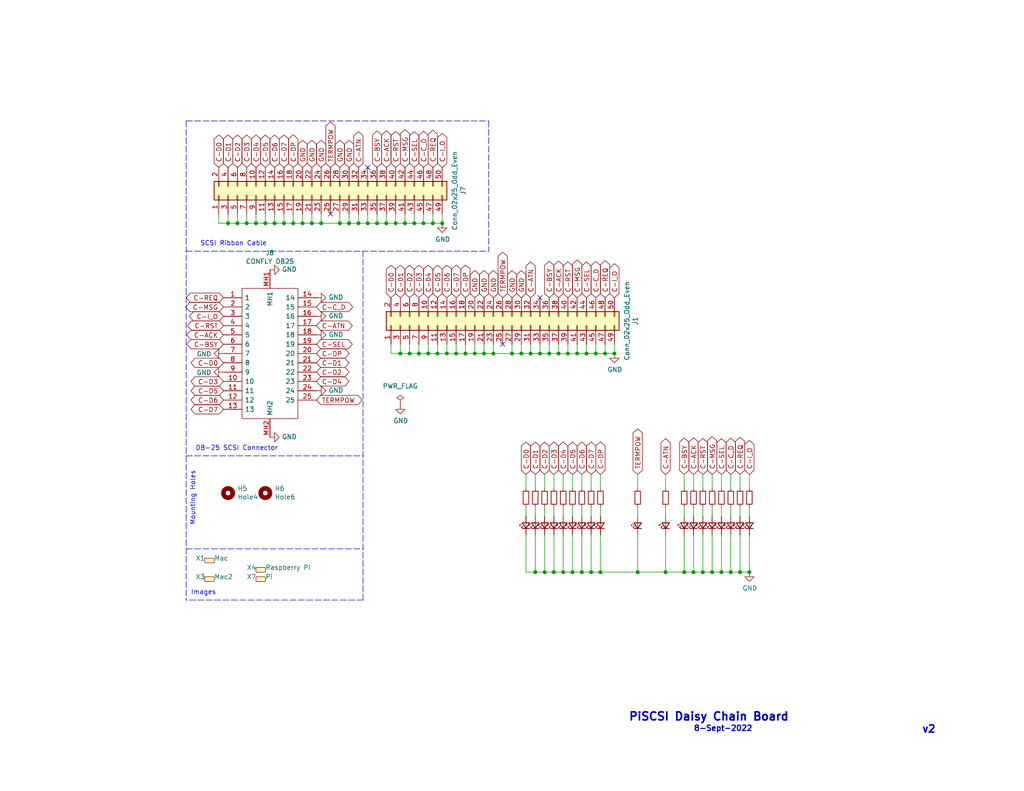
<source format=kicad_sch>
(kicad_sch (version 20231120) (generator "eeschema") (generator_version "8.0")
  (paper "USLetter")
  (lib_symbols
    (symbol "Connector_Generic:Conn_02x25_Odd_Even" (pin_names (offset 1.016) hide)
      (property "Reference" "J" (at 1.27 33.02 0))
      (property "Value" "Conn_02x25_Odd_Even" (at 1.27 -33.02 0))
      (symbol "Conn_02x25_Odd_Even_1_1"
        (rectangle (start -1.27 -30.353) (end 0 -30.607) (stroke (width 0.1524)))
        (rectangle (start -1.27 -27.813) (end 0 -28.067) (stroke (width 0.1524)))
        (rectangle (start -1.27 -25.273) (end 0 -25.527) (stroke (width 0.1524)))
        (rectangle (start -1.27 -22.733) (end 0 -22.987) (stroke (width 0.1524)))
        (rectangle (start -1.27 -20.193) (end 0 -20.447) (stroke (width 0.1524)))
        (rectangle (start -1.27 -17.653) (end 0 -17.907) (stroke (width 0.1524)))
        (rectangle (start -1.27 -15.113) (end 0 -15.367) (stroke (width 0.1524)))
        (rectangle (start -1.27 -12.573) (end 0 -12.827) (stroke (width 0.1524)))
        (rectangle (start -1.27 -10.033) (end 0 -10.287) (stroke (width 0.1524)))
        (rectangle (start -1.27 -7.493) (end 0 -7.747) (stroke (width 0.1524)))
        (rectangle (start -1.27 -4.953) (end 0 -5.207) (stroke (width 0.1524)))
        (rectangle (start -1.27 -2.413) (end 0 -2.667) (stroke (width 0.1524)))
        (rectangle (start -1.27 0.127) (end 0 -0.127) (stroke (width 0.1524)))
        (rectangle (start -1.27 2.667) (end 0 2.413) (stroke (width 0.1524)))
        (rectangle (start -1.27 5.207) (end 0 4.953) (stroke (width 0.1524)))
        (rectangle (start -1.27 7.747) (end 0 7.493) (stroke (width 0.1524)))
        (rectangle (start -1.27 10.287) (end 0 10.033) (stroke (width 0.1524)))
        (rectangle (start -1.27 12.827) (end 0 12.573) (stroke (width 0.1524)))
        (rectangle (start -1.27 15.367) (end 0 15.113) (stroke (width 0.1524)))
        (rectangle (start -1.27 17.907) (end 0 17.653) (stroke (width 0.1524)))
        (rectangle (start -1.27 20.447) (end 0 20.193) (stroke (width 0.1524)))
        (rectangle (start -1.27 22.987) (end 0 22.733) (stroke (width 0.1524)))
        (rectangle (start -1.27 25.527) (end 0 25.273) (stroke (width 0.1524)))
        (rectangle (start -1.27 28.067) (end 0 27.813) (stroke (width 0.1524)))
        (rectangle (start -1.27 30.607) (end 0 30.353) (stroke (width 0.1524)))
        (rectangle (start -1.27 31.75) (end 3.81 -31.75) (stroke (width 0.254)) (fill (type background)))
        (rectangle (start 3.81 -30.353) (end 2.54 -30.607) (stroke (width 0.1524)))
        (rectangle (start 3.81 -27.813) (end 2.54 -28.067) (stroke (width 0.1524)))
        (rectangle (start 3.81 -25.273) (end 2.54 -25.527) (stroke (width 0.1524)))
        (rectangle (start 3.81 -22.733) (end 2.54 -22.987) (stroke (width 0.1524)))
        (rectangle (start 3.81 -20.193) (end 2.54 -20.447) (stroke (width 0.1524)))
        (rectangle (start 3.81 -17.653) (end 2.54 -17.907) (stroke (width 0.1524)))
        (rectangle (start 3.81 -15.113) (end 2.54 -15.367) (stroke (width 0.1524)))
        (rectangle (start 3.81 -12.573) (end 2.54 -12.827) (stroke (width 0.1524)))
        (rectangle (start 3.81 -10.033) (end 2.54 -10.287) (stroke (width 0.1524)))
        (rectangle (start 3.81 -7.493) (end 2.54 -7.747) (stroke (width 0.1524)))
        (rectangle (start 3.81 -4.953) (end 2.54 -5.207) (stroke (width 0.1524)))
        (rectangle (start 3.81 -2.413) (end 2.54 -2.667) (stroke (width 0.1524)))
        (rectangle (start 3.81 0.127) (end 2.54 -0.127) (stroke (width 0.1524)))
        (rectangle (start 3.81 2.667) (end 2.54 2.413) (stroke (width 0.1524)))
        (rectangle (start 3.81 5.207) (end 2.54 4.953) (stroke (width 0.1524)))
        (rectangle (start 3.81 7.747) (end 2.54 7.493) (stroke (width 0.1524)))
        (rectangle (start 3.81 10.287) (end 2.54 10.033) (stroke (width 0.1524)))
        (rectangle (start 3.81 12.827) (end 2.54 12.573) (stroke (width 0.1524)))
        (rectangle (start 3.81 15.367) (end 2.54 15.113) (stroke (width 0.1524)))
        (rectangle (start 3.81 17.907) (end 2.54 17.653) (stroke (width 0.1524)))
        (rectangle (start 3.81 20.447) (end 2.54 20.193) (stroke (width 0.1524)))
        (rectangle (start 3.81 22.987) (end 2.54 22.733) (stroke (width 0.1524)))
        (rectangle (start 3.81 25.527) (end 2.54 25.273) (stroke (width 0.1524)))
        (rectangle (start 3.81 28.067) (end 2.54 27.813) (stroke (width 0.1524)))
        (rectangle (start 3.81 30.607) (end 2.54 30.353) (stroke (width 0.1524)))
        (pin passive line (at -5.08 30.48 0) (length 3.81) (name "Pin_1") (number "1"))
        (pin passive line (at 7.62 20.32 180) (length 3.81) (name "Pin_10") (number "10"))
        (pin passive line (at -5.08 17.78 0) (length 3.81) (name "Pin_11") (number "11"))
        (pin passive line (at 7.62 17.78 180) (length 3.81) (name "Pin_12") (number "12"))
        (pin passive line (at -5.08 15.24 0) (length 3.81) (name "Pin_13") (number "13"))
        (pin passive line (at 7.62 15.24 180) (length 3.81) (name "Pin_14") (number "14"))
        (pin passive line (at -5.08 12.7 0) (length 3.81) (name "Pin_15") (number "15"))
        (pin passive line (at 7.62 12.7 180) (length 3.81) (name "Pin_16") (number "16"))
        (pin passive line (at -5.08 10.16 0) (length 3.81) (name "Pin_17") (number "17"))
        (pin passive line (at 7.62 10.16 180) (length 3.81) (name "Pin_18") (number "18"))
        (pin passive line (at -5.08 7.62 0) (length 3.81) (name "Pin_19") (number "19"))
        (pin passive line (at 7.62 30.48 180) (length 3.81) (name "Pin_2") (number "2"))
        (pin passive line (at 7.62 7.62 180) (length 3.81) (name "Pin_20") (number "20"))
        (pin passive line (at -5.08 5.08 0) (length 3.81) (name "Pin_21") (number "21"))
        (pin passive line (at 7.62 5.08 180) (length 3.81) (name "Pin_22") (number "22"))
        (pin passive line (at -5.08 2.54 0) (length 3.81) (name "Pin_23") (number "23"))
        (pin passive line (at 7.62 2.54 180) (length 3.81) (name "Pin_24") (number "24"))
        (pin passive line (at -5.08 0 0) (length 3.81) (name "Pin_25") (number "25"))
        (pin passive line (at 7.62 0 180) (length 3.81) (name "Pin_26") (number "26"))
        (pin passive line (at -5.08 -2.54 0) (length 3.81) (name "Pin_27") (number "27"))
        (pin passive line (at 7.62 -2.54 180) (length 3.81) (name "Pin_28") (number "28"))
        (pin passive line (at -5.08 -5.08 0) (length 3.81) (name "Pin_29") (number "29"))
        (pin passive line (at -5.08 27.94 0) (length 3.81) (name "Pin_3") (number "3"))
        (pin passive line (at 7.62 -5.08 180) (length 3.81) (name "Pin_30") (number "30"))
        (pin passive line (at -5.08 -7.62 0) (length 3.81) (name "Pin_31") (number "31"))
        (pin passive line (at 7.62 -7.62 180) (length 3.81) (name "Pin_32") (number "32"))
        (pin passive line (at -5.08 -10.16 0) (length 3.81) (name "Pin_33") (number "33"))
        (pin passive line (at 7.62 -10.16 180) (length 3.81) (name "Pin_34") (number "34"))
        (pin passive line (at -5.08 -12.7 0) (length 3.81) (name "Pin_35") (number "35"))
        (pin passive line (at 7.62 -12.7 180) (length 3.81) (name "Pin_36") (number "36"))
        (pin passive line (at -5.08 -15.24 0) (length 3.81) (name "Pin_37") (number "37"))
        (pin passive line (at 7.62 -15.24 180) (length 3.81) (name "Pin_38") (number "38"))
        (pin passive line (at -5.08 -17.78 0) (length 3.81) (name "Pin_39") (number "39"))
        (pin passive line (at 7.62 27.94 180) (length 3.81) (name "Pin_4") (number "4"))
        (pin passive line (at 7.62 -17.78 180) (length 3.81) (name "Pin_40") (number "40"))
        (pin passive line (at -5.08 -20.32 0) (length 3.81) (name "Pin_41") (number "41"))
        (pin passive line (at 7.62 -20.32 180) (length 3.81) (name "Pin_42") (number "42"))
        (pin passive line (at -5.08 -22.86 0) (length 3.81) (name "Pin_43") (number "43"))
        (pin passive line (at 7.62 -22.86 180) (length 3.81) (name "Pin_44") (number "44"))
        (pin passive line (at -5.08 -25.4 0) (length 3.81) (name "Pin_45") (number "45"))
        (pin passive line (at 7.62 -25.4 180) (length 3.81) (name "Pin_46") (number "46"))
        (pin passive line (at -5.08 -27.94 0) (length 3.81) (name "Pin_47") (number "47"))
        (pin passive line (at 7.62 -27.94 180) (length 3.81) (name "Pin_48") (number "48"))
        (pin passive line (at -5.08 -30.48 0) (length 3.81) (name "Pin_49") (number "49"))
        (pin passive line (at -5.08 25.4 0) (length 3.81) (name "Pin_5") (number "5"))
        (pin passive line (at 7.62 -30.48 180) (length 3.81) (name "Pin_50") (number "50"))
        (pin passive line (at 7.62 25.4 180) (length 3.81) (name "Pin_6") (number "6"))
        (pin passive line (at -5.08 22.86 0) (length 3.81) (name "Pin_7") (number "7"))
        (pin passive line (at 7.62 22.86 180) (length 3.81) (name "Pin_8") (number "8"))
        (pin passive line (at -5.08 20.32 0) (length 3.81) (name "Pin_9") (number "9"))
      )
    )
    (symbol "Device:LED_Small" (pin_numbers hide) (pin_names (offset 0.254) hide)
      (property "Reference" "D" (at -1.27 3.175 0))
      (property "Value" "LED_Small" (at -4.445 -2.54 0))
      (symbol "LED_Small_0_1"
        (polyline (pts (xy -0.762 -1.016) (xy -0.762 1.016)) (stroke (width 0.254)))
        (polyline (pts (xy 1.016 0) (xy -0.762 0)))
        (polyline (pts (xy 0.762 -1.016) (xy -0.762 0) (xy 0.762 1.016) (xy 0.762 -1.016)) (stroke (width 0.254)))
        (polyline (pts (xy 0 0.762) (xy -0.508 1.27) (xy -0.254 1.27) (xy -0.508 1.27) (xy -0.508 1.016)))
        (polyline (pts (xy 0.508 1.27) (xy 0 1.778) (xy 0.254 1.778) (xy 0 1.778) (xy 0 1.524)))
      )
      (symbol "LED_Small_1_1"
        (pin passive line (at -2.54 0 0) (length 1.778) (name "K") (number "1"))
        (pin passive line (at 2.54 0 180) (length 1.778) (name "A") (number "2"))
      )
    )
    (symbol "Device:R_Small" (pin_numbers hide) (pin_names (offset 0.254) hide)
      (property "Reference" "R" (at 0.762 0.508 0))
      (property "Value" "R_Small" (at 0.762 -1.016 0))
      (symbol "R_Small_0_1"
        (rectangle (start -0.762 1.778) (end 0.762 -1.778) (stroke (width 0.2032)))
      )
      (symbol "R_Small_1_1"
        (pin passive line (at 0 2.54 270) (length 0.762) (name "~") (number "1"))
        (pin passive line (at 0 -2.54 90) (length 0.762) (name "~") (number "2"))
      )
    )
    (symbol "Mechanical:MountingHole" (pin_names (offset 1.016))
      (property "Reference" "H" (at 0 5.08 0))
      (property "Value" "MountingHole" (at 0 3.175 0))
      (symbol "MountingHole_0_1"
        (circle (center 0 0) (radius 1.27) (stroke (width 1.27)))
      )
    )
    (symbol "SamacSys_Parts:L717SDB25PA4CH4F" (pin_names (offset 0.762))
      (property "Reference" "J" (at 41.91 12.7 0))
      (property "Value" "L717SDB25PA4CH4F" (at 41.91 10.16 0))
      (symbol "L717SDB25PA4CH4F_0_0"
        (pin passive line (at 7.62 12.7 270) (length 5.08) (name "1") (number "1"))
        (pin passive line (at 30.48 12.7 270) (length 5.08) (name "10") (number "10"))
        (pin passive line (at 33.02 12.7 270) (length 5.08) (name "11") (number "11"))
        (pin passive line (at 35.56 12.7 270) (length 5.08) (name "12") (number "12"))
        (pin passive line (at 38.1 12.7 270) (length 5.08) (name "13") (number "13"))
        (pin passive line (at 7.62 -12.7 90) (length 5.08) (name "14") (number "14"))
        (pin passive line (at 10.16 -12.7 90) (length 5.08) (name "15") (number "15"))
        (pin passive line (at 12.7 -12.7 90) (length 5.08) (name "16") (number "16"))
        (pin passive line (at 15.24 -12.7 90) (length 5.08) (name "17") (number "17"))
        (pin passive line (at 17.78 -12.7 90) (length 5.08) (name "18") (number "18"))
        (pin passive line (at 20.32 -12.7 90) (length 5.08) (name "19") (number "19"))
        (pin passive line (at 10.16 12.7 270) (length 5.08) (name "2") (number "2"))
        (pin passive line (at 22.86 -12.7 90) (length 5.08) (name "20") (number "20"))
        (pin passive line (at 25.4 -12.7 90) (length 5.08) (name "21") (number "21"))
        (pin passive line (at 27.94 -12.7 90) (length 5.08) (name "22") (number "22"))
        (pin passive line (at 30.48 -12.7 90) (length 5.08) (name "23") (number "23"))
        (pin passive line (at 33.02 -12.7 90) (length 5.08) (name "24") (number "24"))
        (pin passive line (at 35.56 -12.7 90) (length 5.08) (name "25") (number "25"))
        (pin passive line (at 12.7 12.7 270) (length 5.08) (name "3") (number "3"))
        (pin passive line (at 15.24 12.7 270) (length 5.08) (name "4") (number "4"))
        (pin passive line (at 17.78 12.7 270) (length 5.08) (name "5") (number "5"))
        (pin passive line (at 20.32 12.7 270) (length 5.08) (name "6") (number "6"))
        (pin passive line (at 22.86 12.7 270) (length 5.08) (name "7") (number "7"))
        (pin passive line (at 25.4 12.7 270) (length 5.08) (name "8") (number "8"))
        (pin passive line (at 27.94 12.7 270) (length 5.08) (name "9") (number "9"))
        (pin passive line (at 0 0 0) (length 5.08) (name "MH1") (number "MH1"))
        (pin passive line (at 45.72 0 180) (length 5.08) (name "MH2") (number "MH2"))
      )
      (symbol "L717SDB25PA4CH4F_0_1"
        (polyline (pts (xy 5.08 7.62) (xy 40.64 7.62) (xy 40.64 -7.62) (xy 5.08 -7.62) (xy 5.08 7.62)) (stroke (width 0.1524)))
      )
    )
    (symbol "SamacSys_Parts:Logo" (pin_names (offset 1.016))
      (property "Reference" "X" (at 0 3.81 0))
      (property "Value" "Logo" (at 0 0 0))
      (symbol "Logo_0_1"
        (rectangle (start -1.27 1.27) (end 1.27 2.54) (fill (type background)))
      )
    )
    (symbol "power:GND" (power) (pin_names (offset 0))
      (property "Value" "GND" (at 0 -3.81 0))
      (symbol "GND_0_1"
        (polyline (pts (xy 0 0) (xy 0 -1.27) (xy 1.27 -1.27) (xy 0 -2.54) (xy -1.27 -1.27) (xy 0 -1.27)))
      )
      (symbol "GND_1_1"
        (pin power_in line (at 0 0 270) (length 0) hide (name "GND") (number "1"))
      )
    )
    (symbol "power:PWR_FLAG" (power) (pin_numbers hide) (pin_names (offset 0) hide)
      (property "Value" "PWR_FLAG" (at 0 3.81 0))
      (symbol "PWR_FLAG_0_0"
        (pin power_out line (at 0 0 90) (length 0) (name "pwr") (number "1"))
      )
      (symbol "PWR_FLAG_0_1"
        (polyline (pts (xy 0 0) (xy 0 1.27) (xy -1.016 1.905) (xy 0 2.54) (xy 1.016 1.905) (xy 0 1.27)))
      )
    )
  )
  (junction (at 149.86 96.52))
  (junction (at 173.99 156.21))
  (junction (at 102.87 60.96))
  (junction (at 119.38 96.52))
  (junction (at 100.33 60.96))
  (junction (at 129.54 96.52))
  (junction (at 201.93 156.21))
  (junction (at 134.62 96.52))
  (junction (at 97.79 60.96))
  (junction (at 111.76 96.52))
  (junction (at 142.24 96.52))
  (junction (at 156.21 156.21))
  (junction (at 165.1 96.52))
  (junction (at 120.65 60.96))
  (junction (at 158.75 156.21))
  (junction (at 116.84 96.52))
  (junction (at 74.93 60.96))
  (junction (at 109.22 96.52))
  (junction (at 118.11 60.96))
  (junction (at 69.85 60.96))
  (junction (at 115.57 60.96))
  (junction (at 191.77 156.21))
  (junction (at 196.85 156.21))
  (junction (at 62.23 60.96))
  (junction (at 152.4 96.52))
  (junction (at 64.77 60.96))
  (junction (at 77.47 60.96))
  (junction (at 186.69 156.21))
  (junction (at 163.83 156.21))
  (junction (at 110.49 60.96))
  (junction (at 82.55 60.96))
  (junction (at 92.71 60.96))
  (junction (at 85.09 60.96))
  (junction (at 121.92 96.52))
  (junction (at 151.13 156.21))
  (junction (at 162.56 96.52))
  (junction (at 113.03 60.96))
  (junction (at 105.41 60.96))
  (junction (at 107.95 60.96))
  (junction (at 146.05 156.21))
  (junction (at 114.3 96.52))
  (junction (at 132.08 96.52))
  (junction (at 154.94 96.52))
  (junction (at 194.31 156.21))
  (junction (at 157.48 96.52))
  (junction (at 199.39 156.21))
  (junction (at 80.01 60.96))
  (junction (at 160.02 96.52))
  (junction (at 148.59 156.21))
  (junction (at 124.46 96.52))
  (junction (at 95.25 60.96))
  (junction (at 144.78 96.52))
  (junction (at 161.29 156.21))
  (junction (at 72.39 60.96))
  (junction (at 127 96.52))
  (junction (at 139.7 96.52))
  (junction (at 204.47 156.21))
  (junction (at 167.64 96.52))
  (junction (at 189.23 156.21))
  (junction (at 67.31 60.96))
  (junction (at 153.67 156.21))
  (junction (at 181.61 156.21))
  (junction (at 87.63 60.96))
  (junction (at 147.32 96.52))
  (no_connect (at 90.17 58.42))
  (no_connect (at 100.33 45.72))
  (no_connect (at 147.32 81.28))
  (no_connect (at 137.16 93.98))
  (wire (pts (xy 204.47 138.43) (xy 204.47 140.97)))
  (wire (pts (xy 154.94 96.52) (xy 157.48 96.52)))
  (wire (pts (xy 189.23 146.05) (xy 189.23 156.21)))
  (wire (pts (xy 95.25 60.96) (xy 97.79 60.96)))
  (wire (pts (xy 100.33 60.96) (xy 102.87 60.96)))
  (wire (pts (xy 59.69 60.96) (xy 62.23 60.96)))
  (wire (pts (xy 129.54 96.52) (xy 132.08 96.52)))
  (wire (pts (xy 87.63 60.96) (xy 92.71 60.96)))
  (wire (pts (xy 204.47 129.54) (xy 204.47 133.35)))
  (wire (pts (xy 97.79 60.96) (xy 97.79 58.42)))
  (wire (pts (xy 119.38 96.52) (xy 119.38 93.98)))
  (wire (pts (xy 118.11 60.96) (xy 118.11 58.42)))
  (wire (pts (xy 201.93 146.05) (xy 201.93 156.21)))
  (wire (pts (xy 151.13 138.43) (xy 151.13 140.97)))
  (wire (pts (xy 120.65 60.96) (xy 120.65 58.42)))
  (wire (pts (xy 114.3 96.52) (xy 116.84 96.52)))
  (wire (pts (xy 74.93 60.96) (xy 74.93 58.42)))
  (wire (pts (xy 142.24 96.52) (xy 144.78 96.52)))
  (wire (pts (xy 196.85 129.54) (xy 196.85 133.35)))
  (wire (pts (xy 146.05 129.54) (xy 146.05 133.35)))
  (wire (pts (xy 173.99 156.21) (xy 181.61 156.21)))
  (wire (pts (xy 146.05 146.05) (xy 146.05 156.21)))
  (wire (pts (xy 153.67 156.21) (xy 156.21 156.21)))
  (wire (pts (xy 189.23 156.21) (xy 191.77 156.21)))
  (wire (pts (xy 161.29 146.05) (xy 161.29 156.21)))
  (wire (pts (xy 127 96.52) (xy 129.54 96.52)))
  (wire (pts (xy 191.77 146.05) (xy 191.77 156.21)))
  (wire (pts (xy 107.95 60.96) (xy 107.95 58.42)))
  (wire (pts (xy 163.83 129.54) (xy 163.83 133.35)))
  (wire (pts (xy 110.49 60.96) (xy 113.03 60.96)))
  (wire (pts (xy 199.39 138.43) (xy 199.39 140.97)))
  (wire (pts (xy 156.21 156.21) (xy 158.75 156.21)))
  (wire (pts (xy 74.93 60.96) (xy 77.47 60.96)))
  (wire (pts (xy 204.47 146.05) (xy 204.47 156.21)))
  (wire (pts (xy 173.99 146.05) (xy 173.99 156.21)))
  (wire (pts (xy 173.99 129.54) (xy 173.99 133.35)))
  (wire (pts (xy 181.61 156.21) (xy 186.69 156.21)))
  (wire (pts (xy 143.51 129.54) (xy 143.51 133.35)))
  (wire (pts (xy 106.68 96.52) (xy 106.68 93.98)))
  (wire (pts (xy 102.87 60.96) (xy 105.41 60.96)))
  (wire (pts (xy 146.05 138.43) (xy 146.05 140.97)))
  (wire (pts (xy 148.59 138.43) (xy 148.59 140.97)))
  (wire (pts (xy 144.78 96.52) (xy 147.32 96.52)))
  (wire (pts (xy 196.85 138.43) (xy 196.85 140.97)))
  (polyline (pts (xy 50.8 124.46) (xy 99.06 124.46)) (stroke (width 0) (type dash)))
  (wire (pts (xy 156.21 146.05) (xy 156.21 156.21)))
  (wire (pts (xy 116.84 96.52) (xy 119.38 96.52)))
  (wire (pts (xy 186.69 138.43) (xy 186.69 140.97)))
  (wire (pts (xy 69.85 60.96) (xy 69.85 58.42)))
  (wire (pts (xy 173.99 138.43) (xy 173.99 140.97)))
  (wire (pts (xy 148.59 156.21) (xy 151.13 156.21)))
  (wire (pts (xy 124.46 96.52) (xy 124.46 93.98)))
  (wire (pts (xy 194.31 156.21) (xy 196.85 156.21)))
  (wire (pts (xy 92.71 60.96) (xy 92.71 58.42)))
  (wire (pts (xy 152.4 96.52) (xy 152.4 93.98)))
  (wire (pts (xy 160.02 96.52) (xy 162.56 96.52)))
  (wire (pts (xy 156.21 138.43) (xy 156.21 140.97)))
  (wire (pts (xy 157.48 96.52) (xy 157.48 93.98)))
  (wire (pts (xy 194.31 129.54) (xy 194.31 133.35)))
  (wire (pts (xy 139.7 96.52) (xy 139.7 93.98)))
  (wire (pts (xy 107.95 60.96) (xy 110.49 60.96)))
  (wire (pts (xy 163.83 138.43) (xy 163.83 140.97)))
  (wire (pts (xy 163.83 156.21) (xy 173.99 156.21)))
  (wire (pts (xy 77.47 60.96) (xy 80.01 60.96)))
  (wire (pts (xy 186.69 129.54) (xy 186.69 133.35)))
  (wire (pts (xy 62.23 60.96) (xy 62.23 58.42)))
  (wire (pts (xy 153.67 146.05) (xy 153.67 156.21)))
  (wire (pts (xy 134.62 96.52) (xy 134.62 93.98)))
  (wire (pts (xy 201.93 138.43) (xy 201.93 140.97)))
  (wire (pts (xy 153.67 138.43) (xy 153.67 140.97)))
  (polyline (pts (xy 133.35 33.02) (xy 133.35 68.58)) (stroke (width 0) (type dash)))
  (wire (pts (xy 161.29 156.21) (xy 163.83 156.21)))
  (wire (pts (xy 189.23 129.54) (xy 189.23 133.35)))
  (wire (pts (xy 121.92 96.52) (xy 124.46 96.52)))
  (wire (pts (xy 85.09 60.96) (xy 85.09 58.42)))
  (wire (pts (xy 144.78 96.52) (xy 144.78 93.98)))
  (polyline (pts (xy 99.06 163.83) (xy 50.8 163.83)) (stroke (width 0) (type dash)))
  (wire (pts (xy 161.29 129.54) (xy 161.29 133.35)))
  (wire (pts (xy 69.85 60.96) (xy 72.39 60.96)))
  (wire (pts (xy 147.32 96.52) (xy 147.32 93.98)))
  (wire (pts (xy 146.05 156.21) (xy 148.59 156.21)))
  (wire (pts (xy 113.03 60.96) (xy 115.57 60.96)))
  (wire (pts (xy 148.59 129.54) (xy 148.59 133.35)))
  (wire (pts (xy 154.94 96.52) (xy 154.94 93.98)))
  (wire (pts (xy 85.09 60.96) (xy 87.63 60.96)))
  (wire (pts (xy 111.76 96.52) (xy 111.76 93.98)))
  (polyline (pts (xy 50.8 68.58) (xy 133.35 68.58)) (stroke (width 0) (type dash)))
  (wire (pts (xy 153.67 129.54) (xy 153.67 133.35)))
  (wire (pts (xy 59.69 60.96) (xy 59.69 58.42)))
  (wire (pts (xy 72.39 60.96) (xy 72.39 58.42)))
  (wire (pts (xy 167.64 96.52) (xy 167.64 93.98)))
  (wire (pts (xy 64.77 60.96) (xy 67.31 60.96)))
  (wire (pts (xy 115.57 60.96) (xy 118.11 60.96)))
  (wire (pts (xy 151.13 156.21) (xy 153.67 156.21)))
  (wire (pts (xy 115.57 60.96) (xy 115.57 58.42)))
  (polyline (pts (xy 99.06 163.83) (xy 99.06 68.58)) (stroke (width 0) (type dash)))
  (wire (pts (xy 109.22 96.52) (xy 111.76 96.52)))
  (wire (pts (xy 95.25 60.96) (xy 95.25 58.42)))
  (wire (pts (xy 106.68 96.52) (xy 109.22 96.52)))
  (wire (pts (xy 181.61 138.43) (xy 181.61 140.97)))
  (wire (pts (xy 194.31 146.05) (xy 194.31 156.21)))
  (wire (pts (xy 77.47 60.96) (xy 77.47 58.42)))
  (wire (pts (xy 111.76 96.52) (xy 114.3 96.52)))
  (wire (pts (xy 199.39 146.05) (xy 199.39 156.21)))
  (wire (pts (xy 121.92 96.52) (xy 121.92 93.98)))
  (wire (pts (xy 143.51 156.21) (xy 146.05 156.21)))
  (wire (pts (xy 158.75 138.43) (xy 158.75 140.97)))
  (wire (pts (xy 100.33 60.96) (xy 100.33 58.42)))
  (wire (pts (xy 181.61 146.05) (xy 181.61 156.21)))
  (wire (pts (xy 158.75 129.54) (xy 158.75 133.35)))
  (polyline (pts (xy 50.8 149.86) (xy 99.06 149.86)) (stroke (width 0) (type dash)))
  (wire (pts (xy 199.39 129.54) (xy 199.39 133.35)))
  (wire (pts (xy 199.39 156.21) (xy 201.93 156.21)))
  (wire (pts (xy 119.38 96.52) (xy 121.92 96.52)))
  (wire (pts (xy 105.41 60.96) (xy 107.95 60.96)))
  (wire (pts (xy 114.3 96.52) (xy 114.3 93.98)))
  (wire (pts (xy 191.77 138.43) (xy 191.77 140.97)))
  (wire (pts (xy 160.02 96.52) (xy 160.02 93.98)))
  (wire (pts (xy 80.01 60.96) (xy 82.55 60.96)))
  (wire (pts (xy 194.31 138.43) (xy 194.31 140.97)))
  (wire (pts (xy 124.46 96.52) (xy 127 96.52)))
  (wire (pts (xy 82.55 60.96) (xy 82.55 58.42)))
  (wire (pts (xy 162.56 96.52) (xy 162.56 93.98)))
  (wire (pts (xy 149.86 96.52) (xy 152.4 96.52)))
  (wire (pts (xy 161.29 138.43) (xy 161.29 140.97)))
  (wire (pts (xy 110.49 60.96) (xy 110.49 58.42)))
  (wire (pts (xy 80.01 60.96) (xy 80.01 58.42)))
  (wire (pts (xy 147.32 96.52) (xy 149.86 96.52)))
  (wire (pts (xy 143.51 146.05) (xy 143.51 156.21)))
  (wire (pts (xy 189.23 138.43) (xy 189.23 140.97)))
  (wire (pts (xy 87.63 60.96) (xy 87.63 58.42)))
  (wire (pts (xy 165.1 96.52) (xy 165.1 93.98)))
  (polyline (pts (xy 50.8 33.02) (xy 133.35 33.02)) (stroke (width 0) (type dash)))
  (wire (pts (xy 64.77 60.96) (xy 64.77 58.42)))
  (wire (pts (xy 118.11 60.96) (xy 120.65 60.96)))
  (wire (pts (xy 186.69 146.05) (xy 186.69 156.21)))
  (wire (pts (xy 201.93 129.54) (xy 201.93 133.35)))
  (wire (pts (xy 129.54 96.52) (xy 129.54 93.98)))
  (wire (pts (xy 151.13 129.54) (xy 151.13 133.35)))
  (wire (pts (xy 97.79 60.96) (xy 100.33 60.96)))
  (wire (pts (xy 148.59 146.05) (xy 148.59 156.21)))
  (wire (pts (xy 163.83 146.05) (xy 163.83 156.21)))
  (wire (pts (xy 191.77 129.54) (xy 191.77 133.35)))
  (wire (pts (xy 158.75 146.05) (xy 158.75 156.21)))
  (wire (pts (xy 72.39 60.96) (xy 74.93 60.96)))
  (wire (pts (xy 165.1 96.52) (xy 167.64 96.52)))
  (wire (pts (xy 186.69 156.21) (xy 189.23 156.21)))
  (wire (pts (xy 143.51 138.43) (xy 143.51 140.97)))
  (wire (pts (xy 105.41 60.96) (xy 105.41 58.42)))
  (wire (pts (xy 134.62 96.52) (xy 139.7 96.52)))
  (wire (pts (xy 201.93 156.21) (xy 204.47 156.21)))
  (wire (pts (xy 156.21 129.54) (xy 156.21 133.35)))
  (wire (pts (xy 191.77 156.21) (xy 194.31 156.21)))
  (wire (pts (xy 127 96.52) (xy 127 93.98)))
  (wire (pts (xy 142.24 96.52) (xy 142.24 93.98)))
  (wire (pts (xy 196.85 156.21) (xy 199.39 156.21)))
  (wire (pts (xy 67.31 60.96) (xy 67.31 58.42)))
  (wire (pts (xy 139.7 96.52) (xy 142.24 96.52)))
  (wire (pts (xy 196.85 146.05) (xy 196.85 156.21)))
  (wire (pts (xy 181.61 129.54) (xy 181.61 133.35)))
  (wire (pts (xy 113.03 60.96) (xy 113.03 58.42)))
  (wire (pts (xy 116.84 96.52) (xy 116.84 93.98)))
  (wire (pts (xy 158.75 156.21) (xy 161.29 156.21)))
  (wire (pts (xy 162.56 96.52) (xy 165.1 96.52)))
  (wire (pts (xy 67.31 60.96) (xy 69.85 60.96)))
  (wire (pts (xy 82.55 60.96) (xy 85.09 60.96)))
  (wire (pts (xy 152.4 96.52) (xy 154.94 96.52)))
  (wire (pts (xy 151.13 146.05) (xy 151.13 156.21)))
  (wire (pts (xy 62.23 60.96) (xy 64.77 60.96)))
  (wire (pts (xy 157.48 96.52) (xy 160.02 96.52)))
  (wire (pts (xy 149.86 96.52) (xy 149.86 93.98)))
  (wire (pts (xy 132.08 96.52) (xy 132.08 93.98)))
  (wire (pts (xy 109.22 96.52) (xy 109.22 93.98)))
  (wire (pts (xy 132.08 96.52) (xy 134.62 96.52)))
  (wire (pts (xy 92.71 60.96) (xy 95.25 60.96)))
  (wire (pts (xy 102.87 60.96) (xy 102.87 58.42)))
  (polyline (pts (xy 50.8 33.02) (xy 50.8 163.83)) (stroke (width 0) (type dash)))
  (text "v2" (at 251.46 200.406 0) (effects (font (size 2.0066 2.0066) (thickness 0.4013) (bold yes)) (justify left bottom)))
  (text "DB-25 SCSI Connector" (at 53.34 123.19 0) (effects (font (size 1.27 1.27)) (justify left bottom)))
  (text "Images" (at 52.07 162.56 0) (effects (font (size 1.27 1.27)) (justify left bottom)))
  (text "8-Sept-2022" (at 189.23 199.898 0) (effects (font (size 1.4986 1.4986) (thickness 0.2997) (bold yes)) (justify left bottom)))
  (text "PiSCSI Daisy Chain Board" (at 171.45 197.104 0) (effects (font (size 2.2098 2.2098) (thickness 0.442) (bold yes)) (justify left bottom)))
  (text "Mounting Holes" (at 53.34 143.51 90) (effects (font (size 1.27 1.27)) (justify left bottom)))
  (text "SCSI Ribbon Cable" (at 54.61 67.31 0) (effects (font (size 1.27 1.27)) (justify left bottom)))
  (global_label "C-ACK" (shape bidirectional) (at 105.41 45.72 90) (property "Intersheetrefs" "${INTERSHEET_REFS}" (effects (hide yes))))
  (global_label "C-SEL" (shape bidirectional) (at 160.02 81.28 90) (property "Intersheetrefs" "${INTERSHEET_REFS}" (effects (hide yes))))
  (global_label "C-DP" (shape bidirectional) (at 80.01 45.72 90) (property "Intersheetrefs" "${INTERSHEET_REFS}" (effects (hide yes))))
  (global_label "C-DP" (shape bidirectional) (at 163.83 129.54 90) (property "Intersheetrefs" "${INTERSHEET_REFS}" (effects (hide yes))))
  (global_label "C-DP" (shape bidirectional) (at 86.36 96.52 0) (property "Intersheetrefs" "${INTERSHEET_REFS}" (effects (hide yes))))
  (global_label "C-ACK" (shape bidirectional) (at 152.4 81.28 90) (property "Intersheetrefs" "${INTERSHEET_REFS}" (effects (hide yes))))
  (global_label "C-I_O" (shape bidirectional) (at 120.65 45.72 90) (property "Intersheetrefs" "${INTERSHEET_REFS}" (effects (hide yes))))
  (global_label "C-MSG" (shape bidirectional) (at 194.31 129.54 90) (property "Intersheetrefs" "${INTERSHEET_REFS}" (effects (hide yes))))
  (global_label "C-D1" (shape bidirectional) (at 109.22 81.28 90) (property "Intersheetrefs" "${INTERSHEET_REFS}" (effects (hide yes))))
  (global_label "C-D0" (shape bidirectional) (at 60.96 99.06 180) (property "Intersheetrefs" "${INTERSHEET_REFS}" (effects (hide yes))))
  (global_label "C-D6" (shape bidirectional) (at 60.96 109.22 180) (property "Intersheetrefs" "${INTERSHEET_REFS}" (effects (hide yes))))
  (global_label "C-RST" (shape bidirectional) (at 191.77 129.54 90) (property "Intersheetrefs" "${INTERSHEET_REFS}" (effects (hide yes))))
  (global_label "GND" (shape bidirectional) (at 85.09 45.72 90) (property "Intersheetrefs" "${INTERSHEET_REFS}" (effects (hide yes))))
  (global_label "C-D6" (shape bidirectional) (at 74.93 45.72 90) (property "Intersheetrefs" "${INTERSHEET_REFS}" (effects (hide yes))))
  (global_label "C-D4" (shape bidirectional) (at 69.85 45.72 90) (property "Intersheetrefs" "${INTERSHEET_REFS}" (effects (hide yes))))
  (global_label "C-D7" (shape bidirectional) (at 60.96 111.76 180) (property "Intersheetrefs" "${INTERSHEET_REFS}" (effects (hide yes))))
  (global_label "C-D7" (shape bidirectional) (at 124.46 81.28 90) (property "Intersheetrefs" "${INTERSHEET_REFS}" (effects (hide yes))))
  (global_label "C-REQ" (shape bidirectional) (at 201.93 129.54 90) (property "Intersheetrefs" "${INTERSHEET_REFS}" (effects (hide yes))))
  (global_label "C-MSG" (shape bidirectional) (at 110.49 45.72 90) (property "Intersheetrefs" "${INTERSHEET_REFS}" (effects (hide yes))))
  (global_label "C-SEL" (shape bidirectional) (at 113.03 45.72 90) (property "Intersheetrefs" "${INTERSHEET_REFS}" (effects (hide yes))))
  (global_label "TERMPOW" (shape bidirectional) (at 90.17 45.72 90) (property "Intersheetrefs" "${INTERSHEET_REFS}" (effects (hide yes))))
  (global_label "C-D2" (shape bidirectional) (at 86.36 101.6 0) (property "Intersheetrefs" "${INTERSHEET_REFS}" (effects (hide yes))))
  (global_label "C-REQ" (shape bidirectional) (at 118.11 45.72 90) (property "Intersheetrefs" "${INTERSHEET_REFS}" (effects (hide yes))))
  (global_label "C-I_O" (shape bidirectional) (at 204.47 129.54 90) (property "Intersheetrefs" "${INTERSHEET_REFS}" (effects (hide yes))))
  (global_label "C-REQ" (shape bidirectional) (at 60.96 81.28 180) (property "Intersheetrefs" "${INTERSHEET_REFS}" (effects (hide yes))))
  (global_label "C-D2" (shape bidirectional) (at 148.59 129.54 90) (property "Intersheetrefs" "${INTERSHEET_REFS}" (effects (hide yes))))
  (global_label "C-C_D" (shape bidirectional) (at 86.36 83.82 0) (property "Intersheetrefs" "${INTERSHEET_REFS}" (effects (hide yes))))
  (global_label "C-D5" (shape bidirectional) (at 119.38 81.28 90) (property "Intersheetrefs" "${INTERSHEET_REFS}" (effects (hide yes))))
  (global_label "C-D7" (shape bidirectional) (at 77.47 45.72 90) (property "Intersheetrefs" "${INTERSHEET_REFS}" (effects (hide yes))))
  (global_label "C-MSG" (shape bidirectional) (at 157.48 81.28 90) (property "Intersheetrefs" "${INTERSHEET_REFS}" (effects (hide yes))))
  (global_label "C-I_O" (shape bidirectional) (at 60.96 86.36 180) (property "Intersheetrefs" "${INTERSHEET_REFS}" (effects (hide yes))))
  (global_label "C-ATN" (shape bidirectional) (at 97.79 45.72 90) (property "Intersheetrefs" "${INTERSHEET_REFS}" (effects (hide yes))))
  (global_label "C-D6" (shape bidirectional) (at 158.75 129.54 90) (property "Intersheetrefs" "${INTERSHEET_REFS}" (effects (hide yes))))
  (global_label "GND" (shape bidirectional) (at 95.25 45.72 90) (property "Intersheetrefs" "${INTERSHEET_REFS}" (effects (hide yes))))
  (global_label "C-C_D" (shape bidirectional) (at 115.57 45.72 90) (property "Intersheetrefs" "${INTERSHEET_REFS}" (effects (hide yes))))
  (global_label "C-RST" (shape bidirectional) (at 107.95 45.72 90) (property "Intersheetrefs" "${INTERSHEET_REFS}" (effects (hide yes))))
  (global_label "C-D0" (shape bidirectional) (at 143.51 129.54 90) (property "Intersheetrefs" "${INTERSHEET_REFS}" (effects (hide yes))))
  (global_label "C-D2" (shape bidirectional) (at 64.77 45.72 90) (property "Intersheetrefs" "${INTERSHEET_REFS}" (effects (hide yes))))
  (global_label "C-BSY" (shape bidirectional) (at 149.86 81.28 90) (property "Intersheetrefs" "${INTERSHEET_REFS}" (effects (hide yes))))
  (global_label "C-D4" (shape bidirectional) (at 153.67 129.54 90) (property "Intersheetrefs" "${INTERSHEET_REFS}" (effects (hide yes))))
  (global_label "C-ATN" (shape bidirectional) (at 86.36 88.9 0) (property "Intersheetrefs" "${INTERSHEET_REFS}" (effects (hide yes))))
  (global_label "C-D5" (shape bidirectional) (at 72.39 45.72 90) (property "Intersheetrefs" "${INTERSHEET_REFS}" (effects (hide yes))))
  (global_label "TERMPOW" (shape bidirectional) (at 86.36 109.22 0) (property "Intersheetrefs" "${INTERSHEET_REFS}" (effects (hide yes))))
  (global_label "TERMPOW" (shape bidirectional) (at 137.16 81.28 90) (property "Intersheetrefs" "${INTERSHEET_REFS}" (effects (hide yes))))
  (global_label "C-D5" (shape bidirectional) (at 60.96 106.68 180) (property "Intersheetrefs" "${INTERSHEET_REFS}" (effects (hide yes))))
  (global_label "C-BSY" (shape bidirectional) (at 102.87 45.72 90) (property "Intersheetrefs" "${INTERSHEET_REFS}" (effects (hide yes))))
  (global_label "C-D3" (shape bidirectional) (at 151.13 129.54 90) (property "Intersheetrefs" "${INTERSHEET_REFS}" (effects (hide yes))))
  (global_label "C-RST" (shape bidirectional) (at 60.96 88.9 180) (property "Intersheetrefs" "${INTERSHEET_REFS}" (effects (hide yes))))
  (global_label "C-ATN" (shape bidirectional) (at 144.78 81.28 90) (property "Intersheetrefs" "${INTERSHEET_REFS}" (effects (hide yes))))
  (global_label "C-D1" (shape bidirectional) (at 62.23 45.72 90) (property "Intersheetrefs" "${INTERSHEET_REFS}" (effects (hide yes))))
  (global_label "C-DP" (shape bidirectional) (at 127 81.28 90) (property "Intersheetrefs" "${INTERSHEET_REFS}" (effects (hide yes))))
  (global_label "GND" (shape bidirectional) (at 132.08 81.28 90) (property "Intersheetrefs" "${INTERSHEET_REFS}" (effects (hide yes))))
  (global_label "C-SEL" (shape bidirectional) (at 196.85 129.54 90) (property "Intersheetrefs" "${INTERSHEET_REFS}" (effects (hide yes))))
  (global_label "C-I_O" (shape bidirectional) (at 167.64 81.28 90) (property "Intersheetrefs" "${INTERSHEET_REFS}" (effects (hide yes))))
  (global_label "C-RST" (shape bidirectional) (at 154.94 81.28 90) (property "Intersheetrefs" "${INTERSHEET_REFS}" (effects (hide yes))))
  (global_label "C-D0" (shape bidirectional) (at 106.68 81.28 90) (property "Intersheetrefs" "${INTERSHEET_REFS}" (effects (hide yes))))
  (global_label "C-ACK" (shape bidirectional) (at 189.23 129.54 90) (property "Intersheetrefs" "${INTERSHEET_REFS}" (effects (hide yes))))
  (global_label "C-D7" (shape bidirectional) (at 161.29 129.54 90) (property "Intersheetrefs" "${INTERSHEET_REFS}" (effects (hide yes))))
  (global_label "C-ACK" (shape bidirectional) (at 60.96 91.44 180) (property "Intersheetrefs" "${INTERSHEET_REFS}" (effects (hide yes))))
  (global_label "C-D6" (shape bidirectional) (at 121.92 81.28 90) (property "Intersheetrefs" "${INTERSHEET_REFS}" (effects (hide yes))))
  (global_label "C-D0" (shape bidirectional) (at 59.69 45.72 90) (property "Intersheetrefs" "${INTERSHEET_REFS}" (effects (hide yes))))
  (global_label "C-D3" (shape bidirectional) (at 67.31 45.72 90) (property "Intersheetrefs" "${INTERSHEET_REFS}" (effects (hide yes))))
  (global_label "GND" (shape bidirectional) (at 92.71 45.72 90) (property "Intersheetrefs" "${INTERSHEET_REFS}" (effects (hide yes))))
  (global_label "C-D1" (shape bidirectional) (at 86.36 99.06 0) (property "Intersheetrefs" "${INTERSHEET_REFS}" (effects (hide yes))))
  (global_label "C-BSY" (shape bidirectional) (at 60.96 93.98 180) (property "Intersheetrefs" "${INTERSHEET_REFS}" (effects (hide yes))))
  (global_label "C-D2" (shape bidirectional) (at 111.76 81.28 90) (property "Intersheetrefs" "${INTERSHEET_REFS}" (effects (hide yes))))
  (global_label "C-D3" (shape bidirectional) (at 60.96 104.14 180) (property "Intersheetrefs" "${INTERSHEET_REFS}" (effects (hide yes))))
  (global_label "GND" (shape bidirectional) (at 142.24 81.28 90) (property "Intersheetrefs" "${INTERSHEET_REFS}" (effects (hide yes))))
  (global_label "GND" (shape bidirectional) (at 82.55 45.72 90) (property "Intersheetrefs" "${INTERSHEET_REFS}" (effects (hide yes))))
  (global_label "C-D4" (shape bidirectional) (at 116.84 81.28 90) (property "Intersheetrefs" "${INTERSHEET_REFS}" (effects (hide yes))))
  (global_label "C-D4" (shape bidirectional) (at 86.36 104.14 0) (property "Intersheetrefs" "${INTERSHEET_REFS}" (effects (hide yes))))
  (global_label "C-MSG" (shape bidirectional) (at 60.96 83.82 180) (property "Intersheetrefs" "${INTERSHEET_REFS}" (effects (hide yes))))
  (global_label "C-C_D" (shape bidirectional) (at 199.39 129.54 90) (property "Intersheetrefs" "${INTERSHEET_REFS}" (effects (hide yes))))
  (global_label "C-D5" (shape bidirectional) (at 156.21 129.54 90) (property "Intersheetrefs" "${INTERSHEET_REFS}" (effects (hide yes))))
  (global_label "C-D3" (shape bidirectional) (at 114.3 81.28 90) (property "Intersheetrefs" "${INTERSHEET_REFS}" (effects (hide yes))))
  (global_label "C-SEL" (shape bidirectional) (at 86.36 93.98 0) (property "Intersheetrefs" "${INTERSHEET_REFS}" (effects (hide yes))))
  (global_label "TERMPOW" (shape bidirectional) (at 173.99 129.54 90) (property "Intersheetrefs" "${INTERSHEET_REFS}" (effects (hide yes))))
  (global_label "C-D1" (shape bidirectional) (at 146.05 129.54 90) (property "Intersheetrefs" "${INTERSHEET_REFS}" (effects (hide yes))))
  (global_label "GND" (shape bidirectional) (at 129.54 81.28 90) (property "Intersheetrefs" "${INTERSHEET_REFS}" (effects (hide yes))))
  (global_label "GND" (shape bidirectional) (at 87.63 45.72 90) (property "Intersheetrefs" "${INTERSHEET_REFS}" (effects (hide yes))))
  (global_label "GND" (shape bidirectional) (at 139.7 81.28 90) (property "Intersheetrefs" "${INTERSHEET_REFS}" (effects (hide yes))))
  (global_label "C-ATN" (shape bidirectional) (at 181.61 129.54 90) (property "Intersheetrefs" "${INTERSHEET_REFS}" (effects (hide yes))))
  (global_label "C-REQ" (shape bidirectional) (at 165.1 81.28 90) (property "Intersheetrefs" "${INTERSHEET_REFS}" (effects (hide yes))))
  (global_label "C-BSY" (shape bidirectional) (at 186.69 129.54 90) (property "Intersheetrefs" "${INTERSHEET_REFS}" (effects (hide yes))))
  (global_label "C-C_D" (shape bidirectional) (at 162.56 81.28 90) (property "Intersheetrefs" "${INTERSHEET_REFS}" (effects (hide yes))))
  (global_label "GND" (shape bidirectional) (at 134.62 81.28 90) (property "Intersheetrefs" "${INTERSHEET_REFS}" (effects (hide yes))))
  (symbol (lib_id "Connector_Generic:Conn_02x25_Odd_Even") (at 90.17 53.34 90) (unit 1)
    (property "Reference" "J7" (at 126.365 52.07 0))
    (property "Value" "Conn_02x25_Odd_Even" (at 124.0536 52.07 0))
    (property "Footprint" "Connector_PinHeader_2.54mm:PinHeader_2x25_P2.54mm_Vertical" (effects (hide yes)))
    (property "LCSC" "C40024" (effects (hide yes)))
  )
  (symbol (lib_id "Mechanical:MountingHole") (at 62.23 134.62 0) (unit 1)
    (property "Reference" "H5" (at 64.77 133.3754 0) (effects (justify left)))
    (property "Value" "Hole4" (at 64.77 135.6868 0) (effects (justify left)))
    (property "Footprint" "MountingHole:MountingHole_2.7mm" (effects (hide yes)))
  )
  (symbol (lib_id "Mechanical:MountingHole") (at 72.39 134.62 0) (unit 1)
    (property "Reference" "H6" (at 74.93 133.3754 0) (effects (justify left)))
    (property "Value" "Hole6" (at 74.93 135.6868 0) (effects (justify left)))
    (property "Footprint" "MountingHole:MountingHole_2.7mm" (effects (hide yes)))
  )
  (symbol (lib_id "SamacSys_Parts:Logo") (at 57.15 154.94 0) (unit 1)
    (property "Reference" "X1" (at 53.34 152.4 0) (effects (justify left)))
    (property "Value" "Mac" (at 58.42 152.4 0) (effects (justify left)))
    (property "Footprint" "SamacSys_Parts:mac_happy_small" (effects (hide yes)))
  )
  (symbol (lib_id "SamacSys_Parts:Logo") (at 57.15 160.02 0) (unit 1)
    (property "Reference" "X3" (at 53.34 157.48 0) (effects (justify left)))
    (property "Value" "Mac2" (at 58.42 157.48 0) (effects (justify left)))
    (property "Footprint" "SamacSys_Parts:mac_happy_small" (effects (hide yes)))
    (property "Datasheet" "SamacSys_Parts:mac_happy_small" (effects (hide yes)))
  )
  (symbol (lib_id "SamacSys_Parts:Logo") (at 71.12 153.67 180) (unit 1)
    (property "Reference" "X4" (at 67.31 154.94 0) (effects (justify right)))
    (property "Value" "Raspberry Pi" (at 72.39 154.94 0) (effects (justify right)))
    (property "Footprint" "SamacSys_Parts:pi_logo" (effects (hide yes)))
  )
  (symbol (lib_id "SamacSys_Parts:Logo") (at 71.12 156.21 180) (unit 1)
    (property "Reference" "X7" (at 67.31 157.48 0) (effects (justify right)))
    (property "Value" "Pi" (at 72.39 157.48 0) (effects (justify right)))
    (property "Footprint" "SamacSys_Parts:pi_logo" (effects (hide yes)))
  )
  (symbol (lib_id "power:GND") (at 120.65 60.96 0) (unit 1)
    (property "Reference" "#PWR015" (effects (hide yes)))
    (property "Value" "GND" (at 120.777 65.3542 0))
  )
  (symbol (lib_id "power:GND") (at 73.66 119.38 90) (unit 1)
    (property "Reference" "#PWR039" (effects (hide yes)))
    (property "Value" "GND" (at 76.9112 119.253 90) (effects (justify right)))
  )
  (symbol (lib_id "power:GND") (at 86.36 81.28 90) (unit 1)
    (property "Reference" "#PWR042" (effects (hide yes)))
    (property "Value" "GND" (at 89.6112 81.153 90) (effects (justify right)))
  )
  (symbol (lib_id "power:GND") (at 86.36 86.36 90) (unit 1)
    (property "Reference" "#PWR043" (effects (hide yes)))
    (property "Value" "GND" (at 89.6112 86.233 90) (effects (justify right)))
  )
  (symbol (lib_id "power:GND") (at 86.36 91.44 90) (unit 1)
    (property "Reference" "#PWR044" (effects (hide yes)))
    (property "Value" "GND" (at 89.6112 91.313 90) (effects (justify right)))
  )
  (symbol (lib_id "power:GND") (at 60.96 96.52 270) (unit 1)
    (property "Reference" "#PWR035" (effects (hide yes)))
    (property "Value" "GND" (at 57.7088 96.647 90) (effects (justify right)))
  )
  (symbol (lib_id "power:GND") (at 60.96 101.6 270) (unit 1)
    (property "Reference" "#PWR036" (effects (hide yes)))
    (property "Value" "GND" (at 57.7088 101.727 90) (effects (justify right)))
  )
  (symbol (lib_id "power:GND") (at 86.36 106.68 90) (unit 1)
    (property "Reference" "#PWR045" (effects (hide yes)))
    (property "Value" "GND" (at 89.6112 106.553 90) (effects (justify right)))
  )
  (symbol (lib_id "power:GND") (at 73.66 73.66 90) (unit 1)
    (property "Reference" "#PWR038" (effects (hide yes)))
    (property "Value" "GND" (at 76.9112 73.533 90) (effects (justify right)))
  )
  (symbol (lib_id "SamacSys_Parts:L717SDB25PA4CH4F") (at 73.66 73.66 90) (mirror x) (unit 1)
    (property "Reference" "J8" (at 73.66 69.0626 90))
    (property "Value" "CONFLY DB25" (at 73.66 71.374 90))
    (property "Footprint" "L717SDB25PA4CH4F" (effects (hide yes)))
    (property "Datasheet" "https://componentsearchengine.com/Datasheets/1/L717SDB25PA4CH4F.pdf" (effects (hide yes)))
    (property "Description" "D-Sub Standard Connectors 25P Size B Stamped Male DSub Contact SD" (effects (hide yes)))
    (property "Height" "12.55" (effects (hide yes)))
    (property "Mouser Part Number" "523-L717SDB25PA4CH4F" (effects (hide yes)))
    (property "Mouser Price/Stock" "https://www.mouser.com/Search/Refine.aspx?Keyword=523-L717SDB25PA4CH4F" (effects (hide yes)))
    (property "Manufacturer_Name" "Amphenol" (effects (hide yes)))
    (property "Manufacturer_Part_Number" "L717SDB25PA4CH4F" (effects (hide yes)))
    (property "LCSC" "C77838" (effects (hide yes)))
  )
  (symbol (lib_id "Device:R_Small") (at 186.69 135.89 0) (unit 1)
    (property "Reference" "R14" (effects (hide yes)))
    (property "Value" "R_Small" (effects (hide yes)))
    (property "Footprint" "Resistor_SMD:R_0805_2012Metric_Pad1.20x1.40mm_HandSolder" (effects (hide yes)))
    (property "Description" "Resistor, small symbol" (effects (hide yes)))
    (property "LCSC" "C17414" (effects (hide yes)))
  )
  (symbol (lib_id "Device:R_Small") (at 153.67 135.89 0) (unit 1)
    (property "Reference" "R5" (effects (hide yes)))
    (property "Value" "R_Small" (effects (hide yes)))
    (property "Footprint" "Resistor_SMD:R_0805_2012Metric_Pad1.20x1.40mm_HandSolder" (effects (hide yes)))
    (property "Description" "Resistor, small symbol" (effects (hide yes)))
    (property "LCSC" "C17414" (effects (hide yes)))
  )
  (symbol (lib_id "Device:R_Small") (at 196.85 135.89 0) (unit 1)
    (property "Reference" "R18" (effects (hide yes)))
    (property "Value" "R_Small" (effects (hide yes)))
    (property "Footprint" "Resistor_SMD:R_0805_2012Metric_Pad1.20x1.40mm_HandSolder" (effects (hide yes)))
    (property "Description" "Resistor, small symbol" (effects (hide yes)))
    (property "LCSC" "C17414" (effects (hide yes)))
  )
  (symbol (lib_id "Device:LED_Small") (at 189.23 143.51 90) (unit 1)
    (property "Reference" "D15" (effects (hide yes)))
    (property "Value" "LED_Small" (effects (hide yes)))
    (property "Footprint" "LED_SMD:LED_0805_2012Metric" (effects (hide yes)))
    (property "Description" "Light emitting diode, small symbol" (effects (hide yes)))
    (property "LCSC" "C2297" (effects (hide yes)))
  )
  (symbol (lib_id "Device:LED_Small") (at 199.39 143.51 90) (unit 1)
    (property "Reference" "D19" (effects (hide yes)))
    (property "Value" "LED_Small" (effects (hide yes)))
    (property "Footprint" "LED_SMD:LED_0805_2012Metric" (effects (hide yes)))
    (property "Description" "Light emitting diode, small symbol" (effects (hide yes)))
    (property "LCSC" "C2297" (effects (hide yes)))
  )
  (symbol (lib_id "Device:LED_Small") (at 196.85 143.51 90) (unit 1)
    (property "Reference" "D18" (effects (hide yes)))
    (property "Value" "LED_Small" (effects (hide yes)))
    (property "Footprint" "LED_SMD:LED_0805_2012Metric" (effects (hide yes)))
    (property "Description" "Light emitting diode, small symbol" (effects (hide yes)))
    (property "LCSC" "C2297" (effects (hide yes)))
  )
  (symbol (lib_id "Device:R_Small") (at 148.59 135.89 0) (unit 1)
    (property "Reference" "R3" (effects (hide yes)))
    (property "Value" "R_Small" (effects (hide yes)))
    (property "Footprint" "Resistor_SMD:R_0805_2012Metric_Pad1.20x1.40mm_HandSolder" (effects (hide yes)))
    (property "Description" "Resistor, small symbol" (effects (hide yes)))
    (property "LCSC" "C17414" (effects (hide yes)))
  )
  (symbol (lib_id "power:PWR_FLAG") (at 109.22 110.49 0) (unit 1)
    (property "Reference" "#FLG01" (effects (hide yes)))
    (property "Value" "PWR_FLAG" (at 109.22 105.41 0))
  )
  (symbol (lib_id "Device:LED_Small") (at 151.13 143.51 90) (unit 1)
    (property "Reference" "D4" (effects (hide yes)))
    (property "Value" "LED_Small" (effects (hide yes)))
    (property "Footprint" "LED_SMD:LED_0805_2012Metric" (effects (hide yes)))
    (property "Description" "Light emitting diode, small symbol" (effects (hide yes)))
    (property "LCSC" "C2297" (effects (hide yes)))
  )
  (symbol (lib_id "Device:LED_Small") (at 194.31 143.51 90) (unit 1)
    (property "Reference" "D17" (effects (hide yes)))
    (property "Value" "LED_Small" (effects (hide yes)))
    (property "Footprint" "LED_SMD:LED_0805_2012Metric" (effects (hide yes)))
    (property "Description" "Light emitting diode, small symbol" (effects (hide yes)))
    (property "LCSC" "C2297" (effects (hide yes)))
  )
  (symbol (lib_id "Device:LED_Small") (at 204.47 143.51 90) (unit 1)
    (property "Reference" "D21" (effects (hide yes)))
    (property "Value" "LED_Small" (effects (hide yes)))
    (property "Footprint" "LED_SMD:LED_0805_2012Metric" (effects (hide yes)))
    (property "Description" "Light emitting diode, small symbol" (effects (hide yes)))
    (property "LCSC" "C2297" (effects (hide yes)))
  )
  (symbol (lib_id "Device:R_Small") (at 173.99 135.89 0) (unit 1)
    (property "Reference" "R12" (effects (hide yes)))
    (property "Value" "R_Small" (effects (hide yes)))
    (property "Footprint" "Resistor_SMD:R_0805_2012Metric_Pad1.20x1.40mm_HandSolder" (effects (hide yes)))
    (property "Description" "Resistor, small symbol" (effects (hide yes)))
    (property "LCSC" "C17414" (effects (hide yes)))
  )
  (symbol (lib_id "Device:R_Small") (at 158.75 135.89 0) (unit 1)
    (property "Reference" "R7" (effects (hide yes)))
    (property "Value" "R_Small" (effects (hide yes)))
    (property "Footprint" "Resistor_SMD:R_0805_2012Metric_Pad1.20x1.40mm_HandSolder" (effects (hide yes)))
    (property "Description" "Resistor, small symbol" (effects (hide yes)))
    (property "LCSC" "C17414" (effects (hide yes)))
  )
  (symbol (lib_id "Device:R_Small") (at 194.31 135.89 0) (unit 1)
    (property "Reference" "R17" (effects (hide yes)))
    (property "Value" "R_Small" (effects (hide yes)))
    (property "Footprint" "Resistor_SMD:R_0805_2012Metric_Pad1.20x1.40mm_HandSolder" (effects (hide yes)))
    (property "Description" "Resistor, small symbol" (effects (hide yes)))
    (property "LCSC" "C17414" (effects (hide yes)))
  )
  (symbol (lib_id "Device:LED_Small") (at 146.05 143.51 90) (unit 1)
    (property "Reference" "D2" (effects (hide yes)))
    (property "Value" "LED_Small" (effects (hide yes)))
    (property "Footprint" "LED_SMD:LED_0805_2012Metric" (effects (hide yes)))
    (property "Description" "Light emitting diode, small symbol" (effects (hide yes)))
    (property "LCSC" "C2297" (effects (hide yes)))
  )
  (symbol (lib_id "Device:LED_Small") (at 201.93 143.51 90) (unit 1)
    (property "Reference" "D20" (effects (hide yes)))
    (property "Value" "LED_Small" (effects (hide yes)))
    (property "Footprint" "LED_SMD:LED_0805_2012Metric" (effects (hide yes)))
    (property "Description" "Light emitting diode, small symbol" (effects (hide yes)))
    (property "LCSC" "C2297" (effects (hide yes)))
  )
  (symbol (lib_id "Device:LED_Small") (at 173.99 143.51 90) (unit 1)
    (property "Reference" "D12" (effects (hide yes)))
    (property "Value" "LED_Small" (effects (hide yes)))
    (property "Footprint" "LED_SMD:LED_0805_2012Metric" (effects (hide yes)))
    (property "Description" "Light emitting diode, small symbol" (effects (hide yes)))
    (property "LCSC" "C2297" (effects (hide yes)))
  )
  (symbol (lib_id "Device:LED_Small") (at 186.69 143.51 90) (unit 1)
    (property "Reference" "D14" (effects (hide yes)))
    (property "Value" "LED_Small" (effects (hide yes)))
    (property "Footprint" "LED_SMD:LED_0805_2012Metric" (effects (hide yes)))
    (property "Description" "Light emitting diode, small symbol" (effects (hide yes)))
    (property "LCSC" "C2297" (effects (hide yes)))
  )
  (symbol (lib_id "Device:R_Small") (at 156.21 135.89 0) (unit 1)
    (property "Reference" "R6" (effects (hide yes)))
    (property "Value" "R_Small" (effects (hide yes)))
    (property "Footprint" "Resistor_SMD:R_0805_2012Metric_Pad1.20x1.40mm_HandSolder" (effects (hide yes)))
    (property "Description" "Resistor, small symbol" (effects (hide yes)))
    (property "LCSC" "C17414" (effects (hide yes)))
  )
  (symbol (lib_id "Device:R_Small") (at 201.93 135.89 0) (unit 1)
    (property "Reference" "R20" (effects (hide yes)))
    (property "Value" "R_Small" (effects (hide yes)))
    (property "Footprint" "Resistor_SMD:R_0805_2012Metric_Pad1.20x1.40mm_HandSolder" (effects (hide yes)))
    (property "Description" "Resistor, small symbol" (effects (hide yes)))
    (property "LCSC" "C17414" (effects (hide yes)))
  )
  (symbol (lib_id "power:GND") (at 204.47 156.21 0) (unit 1)
    (property "Reference" "#PWR03" (effects (hide yes)))
    (property "Value" "GND" (at 204.597 160.6042 0))
  )
  (symbol (lib_id "Device:LED_Small") (at 181.61 143.51 90) (unit 1)
    (property "Reference" "D13" (effects (hide yes)))
    (property "Value" "LED_Small" (effects (hide yes)))
    (property "Footprint" "LED_SMD:LED_0805_2012Metric" (effects (hide yes)))
    (property "Description" "Light emitting diode, small symbol" (effects (hide yes)))
    (property "LCSC" "C2297" (effects (hide yes)))
  )
  (symbol (lib_id "Device:R_Small") (at 143.51 135.89 0) (unit 1)
    (property "Reference" "R1" (effects (hide yes)))
    (property "Value" "R_Small" (effects (hide yes)))
    (property "Footprint" "Resistor_SMD:R_0805_2012Metric_Pad1.20x1.40mm_HandSolder" (effects (hide yes)))
    (property "Description" "Resistor, small symbol" (effects (hide yes)))
    (property "LCSC" "C17414" (effects (hide yes)))
  )
  (symbol (lib_id "Device:LED_Small") (at 153.67 143.51 90) (unit 1)
    (property "Reference" "D5" (effects (hide yes)))
    (property "Value" "LED_Small" (effects (hide yes)))
    (property "Footprint" "LED_SMD:LED_0805_2012Metric" (effects (hide yes)))
    (property "Description" "Light emitting diode, small symbol" (effects (hide yes)))
    (property "LCSC" "C2297" (effects (hide yes)))
  )
  (symbol (lib_id "Device:LED_Small") (at 158.75 143.51 90) (unit 1)
    (property "Reference" "D7" (effects (hide yes)))
    (property "Value" "LED_Small" (effects (hide yes)))
    (property "Footprint" "LED_SMD:LED_0805_2012Metric" (effects (hide yes)))
    (property "Description" "Light emitting diode, small symbol" (effects (hide yes)))
    (property "LCSC" "C2297" (effects (hide yes)))
  )
  (symbol (lib_id "Device:R_Small") (at 199.39 135.89 0) (unit 1)
    (property "Reference" "R19" (effects (hide yes)))
    (property "Value" "R_Small" (effects (hide yes)))
    (property "Footprint" "Resistor_SMD:R_0805_2012Metric_Pad1.20x1.40mm_HandSolder" (effects (hide yes)))
    (property "Description" "Resistor, small symbol" (effects (hide yes)))
    (property "LCSC" "C17414" (effects (hide yes)))
  )
  (symbol (lib_id "Device:LED_Small") (at 191.77 143.51 90) (unit 1)
    (property "Reference" "D16" (effects (hide yes)))
    (property "Value" "LED_Small" (effects (hide yes)))
    (property "Footprint" "LED_SMD:LED_0805_2012Metric" (effects (hide yes)))
    (property "Description" "Light emitting diode, small symbol" (effects (hide yes)))
    (property "LCSC" "C2297" (effects (hide yes)))
  )
  (symbol (lib_id "Device:R_Small") (at 204.47 135.89 0) (unit 1)
    (property "Reference" "R21" (effects (hide yes)))
    (property "Value" "R_Small" (effects (hide yes)))
    (property "Footprint" "Resistor_SMD:R_0805_2012Metric_Pad1.20x1.40mm_HandSolder" (effects (hide yes)))
    (property "Description" "Resistor, small symbol" (effects (hide yes)))
    (property "LCSC" "C17414" (effects (hide yes)))
  )
  (symbol (lib_id "Device:R_Small") (at 163.83 135.89 0) (unit 1)
    (property "Reference" "R9" (effects (hide yes)))
    (property "Value" "R_Small" (effects (hide yes)))
    (property "Footprint" "Resistor_SMD:R_0805_2012Metric_Pad1.20x1.40mm_HandSolder" (effects (hide yes)))
    (property "Description" "Resistor, small symbol" (effects (hide yes)))
    (property "LCSC" "C17414" (effects (hide yes)))
  )
  (symbol (lib_id "Device:R_Small") (at 191.77 135.89 0) (unit 1)
    (property "Reference" "R16" (effects (hide yes)))
    (property "Value" "R_Small" (effects (hide yes)))
    (property "Footprint" "Resistor_SMD:R_0805_2012Metric_Pad1.20x1.40mm_HandSolder" (effects (hide yes)))
    (property "Description" "Resistor, small symbol" (effects (hide yes)))
    (property "LCSC" "C17414" (effects (hide yes)))
  )
  (symbol (lib_id "Device:LED_Small") (at 156.21 143.51 90) (unit 1)
    (property "Reference" "D6" (effects (hide yes)))
    (property "Value" "LED_Small" (effects (hide yes)))
    (property "Footprint" "LED_SMD:LED_0805_2012Metric" (effects (hide yes)))
    (property "Description" "Light emitting diode, small symbol" (effects (hide yes)))
    (property "LCSC" "C2297" (effects (hide yes)))
  )
  (symbol (lib_id "power:GND") (at 167.64 96.52 0) (unit 1)
    (property "Reference" "#PWR02" (effects (hide yes)))
    (property "Value" "GND" (at 167.767 100.9142 0))
  )
  (symbol (lib_id "Device:LED_Small") (at 161.29 143.51 90) (unit 1)
    (property "Reference" "D8" (effects (hide yes)))
    (property "Value" "LED_Small" (effects (hide yes)))
    (property "Footprint" "LED_SMD:LED_0805_2012Metric" (effects (hide yes)))
    (property "Description" "Light emitting diode, small symbol" (effects (hide yes)))
    (property "LCSC" "C2297" (effects (hide yes)))
  )
  (symbol (lib_id "Connector_Generic:Conn_02x25_Odd_Even") (at 137.16 88.9 90) (unit 1)
    (property "Reference" "J1" (at 173.355 87.63 0))
    (property "Value" "Conn_02x25_Odd_Even" (at 171.0436 87.63 0))
    (property "Footprint" "Connector_PinHeader_2.54mm:PinHeader_2x25_P2.54mm_Vertical" (effects (hide yes)))
    (property "LCSC" "C40024" (effects (hide yes)))
  )
  (symbol (lib_id "Device:R_Small") (at 181.61 135.89 0) (unit 1)
    (property "Reference" "R13" (effects (hide yes)))
    (property "Value" "R_Small" (effects (hide yes)))
    (property "Footprint" "Resistor_SMD:R_0805_2012Metric_Pad1.20x1.40mm_HandSolder" (effects (hide yes)))
    (property "Description" "Resistor, small symbol" (effects (hide yes)))
    (property "LCSC" "C17414" (effects (hide yes)))
  )
  (symbol (lib_id "Device:LED_Small") (at 148.59 143.51 90) (unit 1)
    (property "Reference" "D3" (effects (hide yes)))
    (property "Value" "LED_Small" (effects (hide yes)))
    (property "Footprint" "LED_SMD:LED_0805_2012Metric" (effects (hide yes)))
    (property "Description" "Light emitting diode, small symbol" (effects (hide yes)))
    (property "LCSC" "C2297" (effects (hide yes)))
  )
  (symbol (lib_id "Device:LED_Small") (at 143.51 143.51 90) (unit 1)
    (property "Reference" "D1" (effects (hide yes)))
    (property "Value" "LED_Small" (effects (hide yes)))
    (property "Footprint" "LED_SMD:LED_0805_2012Metric" (effects (hide yes)))
    (property "Description" "Light emitting diode, small symbol" (effects (hide yes)))
    (property "LCSC" "C2297" (effects (hide yes)))
  )
  (symbol (lib_id "Device:R_Small") (at 189.23 135.89 0) (unit 1)
    (property "Reference" "R15" (effects (hide yes)))
    (property "Value" "R_Small" (effects (hide yes)))
    (property "Footprint" "Resistor_SMD:R_0805_2012Metric_Pad1.20x1.40mm_HandSolder" (effects (hide yes)))
    (property "Description" "Resistor, small symbol" (effects (hide yes)))
    (property "LCSC" "C17414" (effects (hide yes)))
  )
  (symbol (lib_id "Device:R_Small") (at 146.05 135.89 0) (unit 1)
    (property "Reference" "R2" (effects (hide yes)))
    (property "Value" "R_Small" (effects (hide yes)))
    (property "Footprint" "Resistor_SMD:R_0805_2012Metric_Pad1.20x1.40mm_HandSolder" (effects (hide yes)))
    (property "Description" "Resistor, small symbol" (effects (hide yes)))
    (property "LCSC" "C17414" (effects (hide yes)))
  )
  (symbol (lib_id "power:GND") (at 109.22 110.49 0) (unit 1)
    (property "Reference" "#PWR01" (effects (hide yes)))
    (property "Value" "GND" (at 109.347 114.8842 0))
  )
  (symbol (lib_id "Device:R_Small") (at 151.13 135.89 0) (unit 1)
    (property "Reference" "R4" (effects (hide yes)))
    (property "Value" "R_Small" (effects (hide yes)))
    (property "Footprint" "Resistor_SMD:R_0805_2012Metric_Pad1.20x1.40mm_HandSolder" (effects (hide yes)))
    (property "Description" "Resistor, small symbol" (effects (hide yes)))
    (property "LCSC" "C17414" (effects (hide yes)))
  )
  (symbol (lib_id "Device:R_Small") (at 161.29 135.89 0) (unit 1)
    (property "Reference" "R8" (effects (hide yes)))
    (property "Value" "R_Small" (effects (hide yes)))
    (property "Footprint" "Resistor_SMD:R_0805_2012Metric_Pad1.20x1.40mm_HandSolder" (effects (hide yes)))
    (property "Description" "Resistor, small symbol" (effects (hide yes)))
    (property "LCSC" "C17414" (effects (hide yes)))
  )
  (symbol (lib_id "Device:LED_Small") (at 163.83 143.51 90) (unit 1)
    (property "Reference" "D9" (effects (hide yes)))
    (property "Value" "LED_Small" (effects (hide yes)))
    (property "Footprint" "LED_SMD:LED_0805_2012Metric" (effects (hide yes)))
    (property "Description" "Light emitting diode, small symbol" (effects (hide yes)))
    (property "LCSC" "C2297" (effects (hide yes)))
  )
)
</source>
